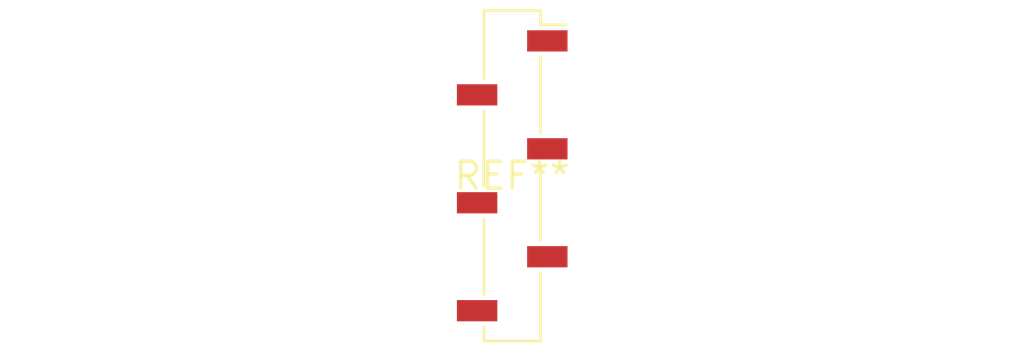
<source format=kicad_pcb>
(kicad_pcb (version 20240108) (generator pcbnew)
  (layers (0 "F.Cu" signal) (31 "B.Cu" signal) (34 "B.Paste" user) (35 "F.Paste" user) (36 "B.SilkS" user "B.Silkscreen") (37 "F.SilkS" user "F.Silkscreen") (38 "B.Mask" user) (39 "F.Mask" user) (44 "Edge.Cuts" user))
  (net 0 "")
  (footprint "PinSocket_1x06_P2.54mm_Vertical_SMD_Pin1Right" (layer "F.Cu") (at 0 0)
    (property "Reference" "REF**")
    (property "Value" "PinSocket_1x06_P2.54mm_Vertical_SMD_Pin1Right")
    (fp_line (start -1.33 -7.78) (end -1.33 -4.57) (layer "F.SilkS") (stroke (width 0.12)))
    (fp_line (start -1.33 -7.78) (end 1.33 -7.78) (layer "F.SilkS") (stroke (width 0.12)))
    (fp_line (start -1.33 -3.05) (end -1.33 0.51) (layer "F.SilkS") (stroke (width 0.12)))
    (fp_line (start -1.33 2.03) (end -1.33 5.59) (layer "F.SilkS") (stroke (width 0.12)))
    (fp_line (start -1.33 7.11) (end -1.33 7.78) (layer "F.SilkS") (stroke (width 0.12)))
    (fp_line (start -1.33 7.78) (end 1.33 7.78) (layer "F.SilkS") (stroke (width 0.12)))
    (fp_line (start 1.33 -7.78) (end 1.33 -7.11) (layer "F.SilkS") (stroke (width 0.12)))
    (fp_line (start 1.33 -7.11) (end 2.54 -7.11) (layer "F.SilkS") (stroke (width 0.12)))
    (fp_line (start 1.33 -5.59) (end 1.33 -2.03) (layer "F.SilkS") (stroke (width 0.12)))
    (fp_line (start 1.33 -0.51) (end 1.33 3.05) (layer "F.SilkS") (stroke (width 0.12)))
    (fp_line (start 1.33 4.57) (end 1.33 7.78) (layer "F.SilkS") (stroke (width 0.12)))
    (pad "1" smd rect (at 1.65 -6.35) (size 1.9 1) (layers "F.Cu" "F.Paste" "F.Mask"))
    (pad "2" smd rect (at -1.65 -3.81) (size 1.9 1) (layers "F.Cu" "F.Paste" "F.Mask"))
    (pad "3" smd rect (at 1.65 -1.27) (size 1.9 1) (layers "F.Cu" "F.Paste" "F.Mask"))
    (pad "4" smd rect (at -1.65 1.27) (size 1.9 1) (layers "F.Cu" "F.Paste" "F.Mask"))
    (pad "5" smd rect (at 1.65 3.81) (size 1.9 1) (layers "F.Cu" "F.Paste" "F.Mask"))
    (pad "6" smd rect (at -1.65 6.35) (size 1.9 1) (layers "F.Cu" "F.Paste" "F.Mask"))
  )
)
</source>
